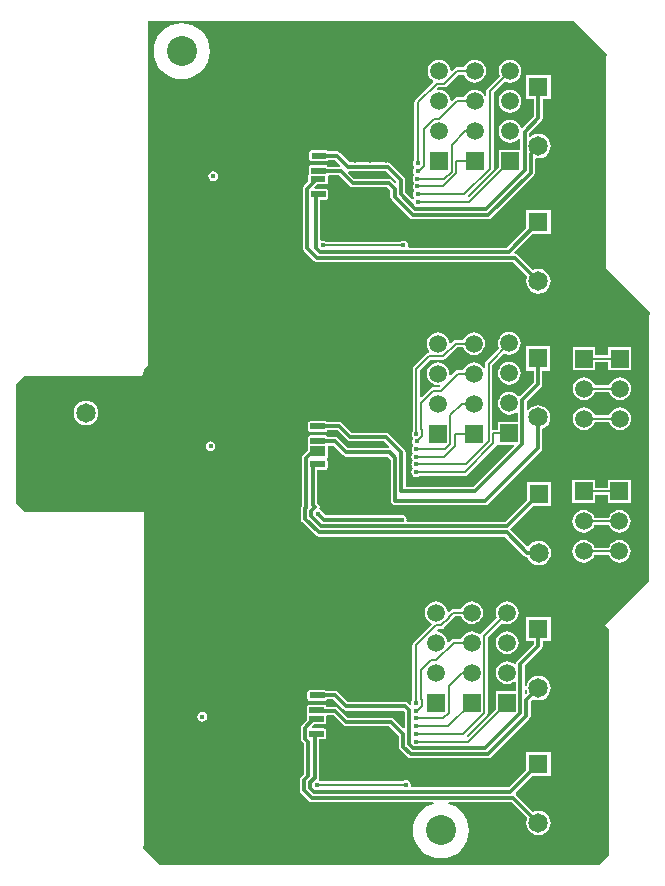
<source format=gbl>
G04 Layer_Physical_Order=4*
G04 Layer_Color=16711680*
%FSLAX25Y25*%
%MOIN*%
G70*
G01*
G75*
%ADD17C,0.00800*%
%ADD18C,0.01200*%
%ADD19C,0.01969*%
%ADD20C,0.05906*%
%ADD21R,0.05906X0.05906*%
%ADD22R,0.06496X0.06496*%
%ADD23C,0.06496*%
%ADD24C,0.10000*%
%ADD25C,0.01600*%
G36*
X504574Y385451D02*
Y385074D01*
X504100Y384600D01*
Y313600D01*
X504500D01*
X504813Y313287D01*
X504963Y313063D01*
X518675Y299351D01*
Y298574D01*
X518500Y298400D01*
Y209700D01*
X503700Y194900D01*
X504975Y193625D01*
Y118349D01*
X501651Y115025D01*
X355349D01*
X349826Y120549D01*
Y121125D01*
X350200Y121500D01*
Y232500D01*
X348528D01*
X348400Y232525D01*
X310575D01*
X307600Y235500D01*
Y236700D01*
Y275000D01*
X307400Y275200D01*
X310200Y278000D01*
X349200D01*
X349800Y278600D01*
X350526Y280652D01*
X351137Y281263D01*
X351425Y281693D01*
X351525Y282200D01*
Y396475D01*
X493551D01*
X504574Y385451D01*
D02*
G37*
%LPC*%
G36*
X330800Y269725D02*
X329743Y269586D01*
X328759Y269179D01*
X327913Y268530D01*
X327264Y267684D01*
X326856Y266699D01*
X326717Y265642D01*
X326856Y264586D01*
X327264Y263601D01*
X327913Y262755D01*
X328759Y262107D01*
X329743Y261699D01*
X330800Y261560D01*
X331857Y261699D01*
X332841Y262107D01*
X333687Y262755D01*
X334336Y263601D01*
X334744Y264586D01*
X334883Y265642D01*
X334744Y266699D01*
X334336Y267684D01*
X333687Y268530D01*
X332841Y269179D01*
X331857Y269586D01*
X330800Y269725D01*
D02*
G37*
G36*
X471200Y192885D02*
X470220Y192756D01*
X469307Y192378D01*
X468524Y191777D01*
X467922Y190993D01*
X467544Y190080D01*
X467415Y189100D01*
X467544Y188120D01*
X467922Y187207D01*
X468524Y186424D01*
X469307Y185822D01*
X470220Y185444D01*
X471200Y185315D01*
X472180Y185444D01*
X473093Y185822D01*
X473876Y186424D01*
X474478Y187207D01*
X474856Y188120D01*
X474985Y189100D01*
X474856Y190080D01*
X474478Y190993D01*
X473876Y191777D01*
X473093Y192378D01*
X472180Y192756D01*
X471200Y192885D01*
D02*
G37*
G36*
X471900Y282685D02*
X470920Y282556D01*
X470007Y282178D01*
X469223Y281576D01*
X468622Y280793D01*
X468244Y279880D01*
X468115Y278900D01*
X468244Y277920D01*
X468622Y277007D01*
X469223Y276223D01*
X470007Y275622D01*
X470920Y275244D01*
X471900Y275115D01*
X472880Y275244D01*
X473793Y275622D01*
X474577Y276223D01*
X475178Y277007D01*
X475556Y277920D01*
X475685Y278900D01*
X475556Y279880D01*
X475178Y280793D01*
X474577Y281576D01*
X473793Y282178D01*
X472880Y282556D01*
X471900Y282685D01*
D02*
G37*
G36*
X508700Y277585D02*
X507720Y277456D01*
X506807Y277078D01*
X506024Y276477D01*
X505422Y275693D01*
X505145Y275024D01*
X500355D01*
X500078Y275693D01*
X499476Y276477D01*
X498693Y277078D01*
X497780Y277456D01*
X496800Y277585D01*
X495820Y277456D01*
X494907Y277078D01*
X494124Y276477D01*
X493522Y275693D01*
X493144Y274780D01*
X493015Y273800D01*
X493144Y272820D01*
X493522Y271907D01*
X494124Y271124D01*
X494907Y270522D01*
X495820Y270144D01*
X496800Y270015D01*
X497780Y270144D01*
X498693Y270522D01*
X499476Y271124D01*
X500078Y271907D01*
X500355Y272576D01*
X505145D01*
X505422Y271907D01*
X506024Y271124D01*
X506807Y270522D01*
X507720Y270144D01*
X508700Y270015D01*
X509680Y270144D01*
X510593Y270522D01*
X511376Y271124D01*
X511978Y271907D01*
X512356Y272820D01*
X512485Y273800D01*
X512356Y274780D01*
X511978Y275693D01*
X511376Y276477D01*
X510593Y277078D01*
X509680Y277456D01*
X508700Y277585D01*
D02*
G37*
G36*
Y267585D02*
X507720Y267456D01*
X506807Y267078D01*
X506024Y266476D01*
X505422Y265693D01*
X505145Y265023D01*
X500355D01*
X500078Y265693D01*
X499476Y266476D01*
X498693Y267078D01*
X497780Y267456D01*
X496800Y267585D01*
X495820Y267456D01*
X494907Y267078D01*
X494124Y266476D01*
X493522Y265693D01*
X493144Y264780D01*
X493015Y263800D01*
X493144Y262820D01*
X493522Y261907D01*
X494124Y261123D01*
X494907Y260522D01*
X495820Y260144D01*
X496800Y260015D01*
X497780Y260144D01*
X498693Y260522D01*
X499476Y261123D01*
X500078Y261907D01*
X500355Y262577D01*
X505145D01*
X505422Y261907D01*
X506024Y261123D01*
X506807Y260522D01*
X507720Y260144D01*
X508700Y260015D01*
X509680Y260144D01*
X510593Y260522D01*
X511376Y261123D01*
X511978Y261907D01*
X512356Y262820D01*
X512485Y263800D01*
X512356Y264780D01*
X511978Y265693D01*
X511376Y266476D01*
X510593Y267078D01*
X509680Y267456D01*
X508700Y267585D01*
D02*
G37*
G36*
X512353Y243253D02*
X504847D01*
Y240723D01*
X500453D01*
Y243253D01*
X492947D01*
Y235747D01*
X500453D01*
Y238277D01*
X504847D01*
Y235747D01*
X512353D01*
Y243253D01*
D02*
G37*
G36*
X508600Y233285D02*
X507620Y233156D01*
X506707Y232778D01*
X505924Y232176D01*
X505322Y231393D01*
X505045Y230724D01*
X500255D01*
X499978Y231393D01*
X499376Y232176D01*
X498593Y232778D01*
X497680Y233156D01*
X496700Y233285D01*
X495720Y233156D01*
X494807Y232778D01*
X494024Y232176D01*
X493422Y231393D01*
X493044Y230480D01*
X492915Y229500D01*
X493044Y228520D01*
X493422Y227607D01*
X494024Y226823D01*
X494807Y226222D01*
X495720Y225844D01*
X496700Y225715D01*
X497680Y225844D01*
X498593Y226222D01*
X499376Y226823D01*
X499978Y227607D01*
X500255Y228276D01*
X505045D01*
X505322Y227607D01*
X505924Y226823D01*
X506707Y226222D01*
X507620Y225844D01*
X508600Y225715D01*
X509580Y225844D01*
X510493Y226222D01*
X511276Y226823D01*
X511878Y227607D01*
X512256Y228520D01*
X512385Y229500D01*
X512256Y230480D01*
X511878Y231393D01*
X511276Y232176D01*
X510493Y232778D01*
X509580Y233156D01*
X508600Y233285D01*
D02*
G37*
G36*
Y223285D02*
X507620Y223156D01*
X506707Y222778D01*
X505924Y222177D01*
X505322Y221393D01*
X505045Y220724D01*
X500255D01*
X499978Y221393D01*
X499376Y222177D01*
X498593Y222778D01*
X497680Y223156D01*
X496700Y223285D01*
X495720Y223156D01*
X494807Y222778D01*
X494024Y222177D01*
X493422Y221393D01*
X493044Y220480D01*
X492915Y219500D01*
X493044Y218520D01*
X493422Y217607D01*
X494024Y216824D01*
X494807Y216222D01*
X495720Y215844D01*
X496700Y215715D01*
X497680Y215844D01*
X498593Y216222D01*
X499376Y216824D01*
X499978Y217607D01*
X500255Y218277D01*
X505045D01*
X505322Y217607D01*
X505924Y216824D01*
X506707Y216222D01*
X507620Y215844D01*
X508600Y215715D01*
X509580Y215844D01*
X510493Y216222D01*
X511276Y216824D01*
X511878Y217607D01*
X512256Y218520D01*
X512385Y219500D01*
X512256Y220480D01*
X511878Y221393D01*
X511276Y222177D01*
X510493Y222778D01*
X509580Y223156D01*
X508600Y223285D01*
D02*
G37*
G36*
X372300Y256231D02*
X371676Y256107D01*
X371146Y255753D01*
X370793Y255224D01*
X370669Y254600D01*
X370793Y253976D01*
X371146Y253447D01*
X371676Y253093D01*
X372300Y252969D01*
X372924Y253093D01*
X373453Y253447D01*
X373807Y253976D01*
X373931Y254600D01*
X373807Y255224D01*
X373453Y255753D01*
X372924Y256107D01*
X372300Y256231D01*
D02*
G37*
G36*
X471200Y202885D02*
X470220Y202756D01*
X469307Y202378D01*
X468524Y201777D01*
X467922Y200993D01*
X467544Y200080D01*
X467415Y199100D01*
X467544Y198120D01*
X467821Y197451D01*
X462588Y192218D01*
X462439Y191995D01*
X462314Y191936D01*
X461931Y191877D01*
X461827Y191892D01*
X461193Y192378D01*
X460280Y192756D01*
X459300Y192885D01*
X458320Y192756D01*
X457407Y192378D01*
X456624Y191777D01*
X456022Y190993D01*
X455745Y190323D01*
X453373D01*
X452905Y190230D01*
X452508Y189965D01*
X451772Y189230D01*
X451244Y189409D01*
X451156Y190080D01*
X450778Y190993D01*
X450176Y191777D01*
X449393Y192378D01*
X448480Y192756D01*
X447809Y192844D01*
X447630Y193372D01*
X447981Y193724D01*
X449220D01*
X449688Y193817D01*
X450085Y194082D01*
X452518Y196515D01*
X452783Y196912D01*
X452793Y196963D01*
X453707Y197877D01*
X455745D01*
X456022Y197207D01*
X456624Y196423D01*
X457407Y195822D01*
X458320Y195444D01*
X459300Y195315D01*
X460280Y195444D01*
X461193Y195822D01*
X461976Y196423D01*
X462578Y197207D01*
X462956Y198120D01*
X463085Y199100D01*
X462956Y200080D01*
X462578Y200993D01*
X461976Y201777D01*
X461193Y202378D01*
X460280Y202756D01*
X459300Y202885D01*
X458320Y202756D01*
X457407Y202378D01*
X456624Y201777D01*
X456022Y200993D01*
X455745Y200324D01*
X453200D01*
X452732Y200230D01*
X452335Y199965D01*
X451752Y199382D01*
X451224Y199562D01*
X451156Y200080D01*
X450778Y200993D01*
X450176Y201777D01*
X449393Y202378D01*
X448480Y202756D01*
X447500Y202885D01*
X446520Y202756D01*
X445607Y202378D01*
X444824Y201777D01*
X444222Y200993D01*
X443844Y200080D01*
X443715Y199100D01*
X443844Y198120D01*
X444222Y197207D01*
X444824Y196423D01*
X445607Y195822D01*
X445907Y195698D01*
X446004Y195208D01*
X439896Y189100D01*
X439631Y188702D01*
X439538Y188234D01*
Y169987D01*
X439254Y169563D01*
X439130Y168939D01*
X439190Y168635D01*
X438730Y168389D01*
X438275Y168843D01*
X437812Y169153D01*
X437266Y169261D01*
X437266Y169261D01*
X418089D01*
X414741Y172609D01*
X414278Y172919D01*
X413731Y173027D01*
X413731Y173027D01*
X410910D01*
X410877Y173077D01*
X410612Y173254D01*
X410300Y173316D01*
X405400D01*
X405088Y173254D01*
X404823Y173077D01*
X404646Y172812D01*
X404584Y172500D01*
Y170500D01*
X404646Y170188D01*
X404823Y169923D01*
X405088Y169746D01*
X405400Y169684D01*
X410300D01*
X410612Y169746D01*
X410877Y169923D01*
X411043Y170173D01*
X413140D01*
X416488Y166824D01*
X416488Y166824D01*
X416951Y166515D01*
X417498Y166406D01*
X417498Y166406D01*
X436675D01*
X437075Y166006D01*
Y160597D01*
X436613Y160406D01*
X433294Y163725D01*
X432830Y164034D01*
X432284Y164143D01*
X432284Y164143D01*
X418089D01*
X414843Y167389D01*
X414380Y167698D01*
X413834Y167807D01*
X413434Y167727D01*
X410890D01*
X410854Y167912D01*
X410677Y168177D01*
X410412Y168354D01*
X410100Y168416D01*
X405200D01*
X404888Y168354D01*
X404623Y168177D01*
X404446Y167912D01*
X404384Y167600D01*
Y165600D01*
X404446Y165288D01*
X404538Y165150D01*
X404446Y165012D01*
X404384Y164700D01*
Y163403D01*
X402791Y161809D01*
X402481Y161346D01*
X402373Y160800D01*
X402373Y160800D01*
Y157120D01*
X402373Y157120D01*
X402481Y156574D01*
X402791Y156111D01*
X403373Y155529D01*
Y145331D01*
X402491Y144449D01*
X402181Y143986D01*
X402073Y143440D01*
X402073Y143440D01*
Y139960D01*
X402073Y139960D01*
X402181Y139414D01*
X402491Y138951D01*
X405051Y136391D01*
X405051Y136391D01*
X405514Y136081D01*
X406060Y135973D01*
X406060Y135973D01*
X446567D01*
X446641Y135473D01*
X445524Y135134D01*
X443908Y134270D01*
X442492Y133108D01*
X441330Y131692D01*
X440466Y130076D01*
X439935Y128323D01*
X439755Y126500D01*
X439935Y124677D01*
X440466Y122924D01*
X441330Y121308D01*
X442492Y119892D01*
X443908Y118730D01*
X445524Y117866D01*
X447277Y117335D01*
X449100Y117155D01*
X450923Y117335D01*
X452676Y117866D01*
X454292Y118730D01*
X455708Y119892D01*
X456870Y121308D01*
X457734Y122924D01*
X458265Y124677D01*
X458445Y126500D01*
X458265Y128323D01*
X457734Y130076D01*
X456870Y131692D01*
X455708Y133108D01*
X454292Y134270D01*
X452676Y135134D01*
X451559Y135473D01*
X451633Y135973D01*
X472666D01*
X477911Y130728D01*
X477656Y130114D01*
X477517Y129058D01*
X477656Y128001D01*
X478064Y127016D01*
X478713Y126170D01*
X479559Y125522D01*
X480543Y125114D01*
X481600Y124975D01*
X482657Y125114D01*
X483641Y125522D01*
X484487Y126170D01*
X485136Y127016D01*
X485544Y128001D01*
X485683Y129058D01*
X485544Y130114D01*
X485136Y131099D01*
X484487Y131945D01*
X483641Y132593D01*
X482657Y133001D01*
X481600Y133140D01*
X480543Y133001D01*
X479929Y132747D01*
X474267Y138409D01*
X474102Y138519D01*
X474022Y139146D01*
X479571Y144694D01*
X485648D01*
Y152791D01*
X477552D01*
Y146713D01*
X471666Y140827D01*
X439297D01*
X438957Y141327D01*
X439031Y141700D01*
X438907Y142324D01*
X438553Y142853D01*
X438024Y143207D01*
X437400Y143331D01*
X436776Y143207D01*
X436351Y142923D01*
X408749D01*
X408324Y143207D01*
X408348Y143712D01*
X408427Y144111D01*
X408427Y144111D01*
Y156884D01*
X410100D01*
X410412Y156946D01*
X410677Y157123D01*
X410854Y157388D01*
X410916Y157700D01*
Y158624D01*
X410931Y158702D01*
X410916Y158781D01*
Y159700D01*
X410854Y160012D01*
X410677Y160277D01*
X410412Y160454D01*
X410100Y160516D01*
X406188D01*
X405996Y160978D01*
X406903Y161884D01*
X410100D01*
X410412Y161946D01*
X410677Y162123D01*
X410854Y162388D01*
X410916Y162700D01*
Y164700D01*
X411057Y164873D01*
X413322D01*
X416488Y161706D01*
X416488Y161706D01*
X416951Y161397D01*
X417498Y161288D01*
X417498Y161288D01*
X431693D01*
X435075Y157906D01*
Y154445D01*
X435075Y154445D01*
X435184Y153898D01*
X435493Y153435D01*
X437994Y150934D01*
X438457Y150625D01*
X439004Y150516D01*
X439004Y150516D01*
X464757D01*
X464757Y150516D01*
X465303Y150625D01*
X465766Y150934D01*
X478562Y163730D01*
X478562Y163730D01*
X478871Y164193D01*
X478980Y164739D01*
X478980Y164739D01*
Y169319D01*
X479929Y170268D01*
X480543Y170014D01*
X481600Y169875D01*
X482657Y170014D01*
X483641Y170422D01*
X484487Y171070D01*
X485136Y171916D01*
X485544Y172901D01*
X485683Y173958D01*
X485544Y175014D01*
X485136Y175999D01*
X484487Y176845D01*
X483641Y177493D01*
X482657Y177901D01*
X481600Y178040D01*
X480543Y177901D01*
X479559Y177493D01*
X478713Y176845D01*
X478064Y175999D01*
X477656Y175014D01*
X477517Y173958D01*
X477656Y172901D01*
X477911Y172287D01*
X477442Y171818D01*
X476980Y172010D01*
Y181361D01*
X482609Y186991D01*
X482609Y186991D01*
X482919Y187454D01*
X483027Y188000D01*
X483027Y188000D01*
Y189594D01*
X485648D01*
Y197691D01*
X477552D01*
Y189594D01*
X480173D01*
Y188591D01*
X474543Y182962D01*
X474234Y182499D01*
X474171Y182181D01*
X473695Y181964D01*
X473631Y181965D01*
X473093Y182378D01*
X472180Y182756D01*
X471200Y182885D01*
X470220Y182756D01*
X469307Y182378D01*
X468524Y181776D01*
X467922Y180993D01*
X467544Y180080D01*
X467415Y179100D01*
X467544Y178120D01*
X467922Y177207D01*
X468524Y176424D01*
X469307Y175822D01*
X470220Y175444D01*
X471200Y175315D01*
X472180Y175444D01*
X473093Y175822D01*
X473625Y176231D01*
X474125Y175984D01*
Y172853D01*
X467447D01*
Y167078D01*
X457999Y157629D01*
X457890Y157650D01*
X457723Y158190D01*
X464318Y164785D01*
X464583Y165182D01*
X464676Y165650D01*
Y190846D01*
X469551Y195721D01*
X470220Y195444D01*
X471200Y195315D01*
X472180Y195444D01*
X473093Y195822D01*
X473876Y196423D01*
X474478Y197207D01*
X474856Y198120D01*
X474985Y199100D01*
X474856Y200080D01*
X474478Y200993D01*
X473876Y201777D01*
X473093Y202378D01*
X472180Y202756D01*
X471200Y202885D01*
D02*
G37*
G36*
X472100Y383385D02*
X471120Y383256D01*
X470207Y382878D01*
X469423Y382277D01*
X468822Y381493D01*
X468444Y380580D01*
X468315Y379600D01*
X468444Y378620D01*
X468721Y377951D01*
X464535Y373765D01*
X464270Y373368D01*
X464177Y372900D01*
Y371354D01*
X463677Y371255D01*
X463578Y371493D01*
X462977Y372276D01*
X462193Y372878D01*
X461280Y373256D01*
X460300Y373385D01*
X459320Y373256D01*
X458407Y372878D01*
X457623Y372276D01*
X457022Y371493D01*
X456745Y370824D01*
X454373D01*
X453905Y370730D01*
X453508Y370465D01*
X452772Y369730D01*
X452244Y369909D01*
X452156Y370580D01*
X451778Y371493D01*
X451177Y372276D01*
X450393Y372878D01*
X449480Y373256D01*
X448500Y373385D01*
X448011Y373321D01*
X447777Y373794D01*
X448207Y374224D01*
X450220D01*
X450688Y374317D01*
X451085Y374582D01*
X454880Y378377D01*
X456745D01*
X457022Y377707D01*
X457623Y376923D01*
X458407Y376322D01*
X459320Y375944D01*
X460300Y375815D01*
X461280Y375944D01*
X462193Y376322D01*
X462977Y376923D01*
X463578Y377707D01*
X463956Y378620D01*
X464085Y379600D01*
X463956Y380580D01*
X463578Y381493D01*
X462977Y382277D01*
X462193Y382878D01*
X461280Y383256D01*
X460300Y383385D01*
X459320Y383256D01*
X458407Y382878D01*
X457623Y382277D01*
X457022Y381493D01*
X456745Y380823D01*
X454373D01*
X453905Y380730D01*
X453508Y380465D01*
X452772Y379730D01*
X452244Y379909D01*
X452156Y380580D01*
X451778Y381493D01*
X451177Y382277D01*
X450393Y382878D01*
X449480Y383256D01*
X448500Y383385D01*
X447520Y383256D01*
X446607Y382878D01*
X445823Y382277D01*
X445222Y381493D01*
X444844Y380580D01*
X444715Y379600D01*
X444844Y378620D01*
X445222Y377707D01*
X445823Y376923D01*
X446341Y376526D01*
X446417Y375895D01*
X440573Y370051D01*
X440308Y369654D01*
X440215Y369186D01*
Y349887D01*
X439931Y349463D01*
X439807Y348839D01*
X439931Y348214D01*
X440105Y347954D01*
X440208Y347509D01*
X440083Y347219D01*
X439872Y346904D01*
X439748Y346280D01*
X439872Y345655D01*
X440034Y345414D01*
X440126Y344874D01*
X439772Y344345D01*
X439648Y343721D01*
X439772Y343096D01*
X439959Y342817D01*
X440075Y342425D01*
X439952Y342082D01*
X439754Y341786D01*
X439630Y341161D01*
X439754Y340537D01*
X439958Y340233D01*
X440144Y339756D01*
X439790Y339227D01*
X439666Y338602D01*
X439790Y337978D01*
X440144Y337449D01*
X440022Y336964D01*
X439408Y336886D01*
X437127Y339167D01*
Y343390D01*
X437127Y343390D01*
X437019Y343936D01*
X436709Y344399D01*
X432365Y348743D01*
X431902Y349053D01*
X431356Y349161D01*
X431356Y349161D01*
X418689D01*
X415443Y352407D01*
X414980Y352716D01*
X414434Y352825D01*
X414434Y352825D01*
X411578D01*
X411477Y352977D01*
X411212Y353154D01*
X410900Y353216D01*
X406000D01*
X405688Y353154D01*
X405423Y352977D01*
X405246Y352712D01*
X405184Y352400D01*
Y350400D01*
X405246Y350088D01*
X405423Y349823D01*
X405688Y349646D01*
X406000Y349584D01*
X410900D01*
X411212Y349646D01*
X411477Y349823D01*
X411575Y349970D01*
X413843D01*
X415606Y348207D01*
X415399Y347707D01*
X411455D01*
X411454Y347712D01*
X411277Y347977D01*
X411012Y348154D01*
X410700Y348216D01*
X405800D01*
X405488Y348154D01*
X405223Y347977D01*
X405046Y347712D01*
X404984Y347400D01*
Y345400D01*
X405046Y345088D01*
X405055Y345075D01*
X404946Y344912D01*
X404884Y344600D01*
Y342885D01*
X403391Y341392D01*
X403081Y340929D01*
X402973Y340382D01*
X402973Y340382D01*
Y320800D01*
X402973Y320800D01*
X403081Y320254D01*
X403391Y319791D01*
X406891Y316291D01*
X406891Y316291D01*
X407354Y315981D01*
X407900Y315873D01*
X407900Y315873D01*
X473266D01*
X477911Y311228D01*
X477656Y310614D01*
X477517Y309558D01*
X477656Y308501D01*
X478064Y307516D01*
X478713Y306670D01*
X479559Y306021D01*
X480543Y305614D01*
X481600Y305474D01*
X482657Y305614D01*
X483641Y306021D01*
X484487Y306670D01*
X485136Y307516D01*
X485544Y308501D01*
X485683Y309558D01*
X485544Y310614D01*
X485136Y311599D01*
X484487Y312445D01*
X483641Y313093D01*
X482657Y313501D01*
X481600Y313640D01*
X480543Y313501D01*
X479929Y313247D01*
X474867Y318309D01*
X474404Y318619D01*
X473857Y318727D01*
X473857Y318727D01*
X473757D01*
X473565Y319189D01*
X479571Y325195D01*
X485648D01*
Y333291D01*
X477552D01*
Y327213D01*
X471066Y320727D01*
X438464D01*
X438077Y321227D01*
X438131Y321500D01*
X438007Y322124D01*
X437653Y322654D01*
X437124Y323007D01*
X436500Y323131D01*
X435876Y323007D01*
X435451Y322724D01*
X410749D01*
X410324Y323007D01*
X409700Y323131D01*
X409427Y323077D01*
X408927Y323464D01*
Y336784D01*
X410700D01*
X411012Y336846D01*
X411277Y337023D01*
X411454Y337288D01*
X411516Y337600D01*
Y339600D01*
X411454Y339912D01*
X411277Y340177D01*
X411012Y340354D01*
X410700Y340416D01*
X407105D01*
X406914Y340878D01*
X407789Y341752D01*
X407789Y341752D01*
X407877Y341884D01*
X410600D01*
X410912Y341946D01*
X411177Y342123D01*
X411354Y342388D01*
X411416Y342700D01*
Y344600D01*
X411623Y344852D01*
X415029D01*
X418624Y341257D01*
X419088Y340947D01*
X419634Y340839D01*
X419634Y340839D01*
X431114D01*
X432273Y339681D01*
Y337747D01*
X432273Y337747D01*
X432381Y337201D01*
X432691Y336738D01*
X438738Y330691D01*
X438738Y330691D01*
X439201Y330381D01*
X439747Y330273D01*
X464914D01*
X464914Y330273D01*
X465460Y330381D01*
X465923Y330691D01*
X479961Y344729D01*
X479961Y344729D01*
X480271Y345192D01*
X480379Y345738D01*
X480379Y345738D01*
Y350275D01*
X480879Y350669D01*
X481600Y350574D01*
X482657Y350714D01*
X483641Y351121D01*
X484487Y351770D01*
X485136Y352616D01*
X485544Y353601D01*
X485683Y354658D01*
X485544Y355714D01*
X485136Y356699D01*
X484487Y357545D01*
X483641Y358193D01*
X482657Y358601D01*
X481600Y358740D01*
X480543Y358601D01*
X479559Y358193D01*
X478879Y357672D01*
X478379Y357891D01*
Y358714D01*
X482609Y362944D01*
X482609Y362944D01*
X482919Y363407D01*
X483027Y363953D01*
X483027Y363954D01*
Y370294D01*
X485648D01*
Y378391D01*
X477552D01*
Y370294D01*
X480173D01*
Y364545D01*
X476254Y360627D01*
X476138Y360616D01*
X475681Y360761D01*
X475378Y361493D01*
X474777Y362277D01*
X473993Y362878D01*
X473080Y363256D01*
X472100Y363385D01*
X471120Y363256D01*
X470207Y362878D01*
X469423Y362277D01*
X468822Y361493D01*
X468444Y360580D01*
X468315Y359600D01*
X468444Y358620D01*
X468822Y357707D01*
X469423Y356924D01*
X470207Y356322D01*
X471120Y355944D01*
X472100Y355815D01*
X473080Y355944D01*
X473993Y356322D01*
X474777Y356924D01*
X475025Y357247D01*
X475525Y357077D01*
Y353353D01*
X468347D01*
Y347578D01*
X458369Y337599D01*
X458342Y337601D01*
X458150Y338117D01*
X466265Y346232D01*
X466530Y346629D01*
X466623Y347097D01*
Y372393D01*
X470451Y376221D01*
X471120Y375944D01*
X472100Y375815D01*
X473080Y375944D01*
X473993Y376322D01*
X474777Y376923D01*
X475378Y377707D01*
X475756Y378620D01*
X475885Y379600D01*
X475756Y380580D01*
X475378Y381493D01*
X474777Y382277D01*
X473993Y382878D01*
X473080Y383256D01*
X472100Y383385D01*
D02*
G37*
G36*
Y373385D02*
X471120Y373256D01*
X470207Y372878D01*
X469423Y372276D01*
X468822Y371493D01*
X468444Y370580D01*
X468315Y369600D01*
X468444Y368620D01*
X468822Y367707D01*
X469423Y366923D01*
X470207Y366322D01*
X471120Y365944D01*
X472100Y365815D01*
X473080Y365944D01*
X473993Y366322D01*
X474777Y366923D01*
X475378Y367707D01*
X475756Y368620D01*
X475885Y369600D01*
X475756Y370580D01*
X475378Y371493D01*
X474777Y372276D01*
X473993Y372878D01*
X473080Y373256D01*
X472100Y373385D01*
D02*
G37*
G36*
X373200Y346231D02*
X372576Y346107D01*
X372046Y345754D01*
X371693Y345224D01*
X371569Y344600D01*
X371693Y343976D01*
X372046Y343446D01*
X372576Y343093D01*
X373200Y342969D01*
X373824Y343093D01*
X374354Y343446D01*
X374707Y343976D01*
X374831Y344600D01*
X374707Y345224D01*
X374354Y345754D01*
X373824Y346107D01*
X373200Y346231D01*
D02*
G37*
G36*
X369500Y166031D02*
X368876Y165907D01*
X368347Y165553D01*
X367993Y165024D01*
X367869Y164400D01*
X367993Y163776D01*
X368347Y163247D01*
X368876Y162893D01*
X369500Y162769D01*
X370124Y162893D01*
X370654Y163247D01*
X371007Y163776D01*
X371131Y164400D01*
X371007Y165024D01*
X370654Y165553D01*
X370124Y165907D01*
X369500Y166031D01*
D02*
G37*
G36*
X471900Y292685D02*
X470920Y292556D01*
X470007Y292178D01*
X469223Y291577D01*
X468622Y290793D01*
X468244Y289880D01*
X468115Y288900D01*
X468244Y287920D01*
X468521Y287251D01*
X464135Y282865D01*
X463870Y282468D01*
X463776Y282000D01*
Y280796D01*
X463278Y280693D01*
X462676Y281476D01*
X461893Y282078D01*
X460980Y282456D01*
X460000Y282585D01*
X459020Y282456D01*
X458107Y282078D01*
X457324Y281476D01*
X456722Y280693D01*
X456445Y280024D01*
X454800D01*
X454332Y279930D01*
X453935Y279665D01*
X452286Y278017D01*
X451813Y278250D01*
X451885Y278800D01*
X451756Y279780D01*
X451378Y280693D01*
X450776Y281476D01*
X449993Y282078D01*
X449080Y282456D01*
X448100Y282585D01*
X447120Y282456D01*
X446207Y282078D01*
X445424Y281476D01*
X444822Y280693D01*
X444444Y279780D01*
X444315Y278800D01*
X444444Y277820D01*
X444822Y276907D01*
X445424Y276123D01*
X446207Y275522D01*
X447120Y275144D01*
X448100Y275015D01*
X448650Y275087D01*
X448883Y274614D01*
X448446Y274176D01*
X446380D01*
X445912Y274083D01*
X445515Y273818D01*
X442624Y270927D01*
X442162Y271119D01*
Y279832D01*
X445754Y283424D01*
X449820D01*
X450288Y283517D01*
X450685Y283782D01*
X454480Y287577D01*
X456445D01*
X456722Y286907D01*
X457324Y286123D01*
X458107Y285522D01*
X459020Y285144D01*
X460000Y285015D01*
X460980Y285144D01*
X461893Y285522D01*
X462676Y286123D01*
X463278Y286907D01*
X463656Y287820D01*
X463785Y288800D01*
X463656Y289780D01*
X463278Y290693D01*
X462676Y291476D01*
X461893Y292078D01*
X460980Y292456D01*
X460000Y292585D01*
X459020Y292456D01*
X458107Y292078D01*
X457324Y291476D01*
X456722Y290693D01*
X456445Y290023D01*
X453973D01*
X453505Y289930D01*
X453108Y289665D01*
X452372Y288930D01*
X451844Y289109D01*
X451756Y289780D01*
X451378Y290693D01*
X450776Y291476D01*
X449993Y292078D01*
X449080Y292456D01*
X448100Y292585D01*
X447120Y292456D01*
X446207Y292078D01*
X445424Y291476D01*
X444822Y290693D01*
X444444Y289780D01*
X444315Y288800D01*
X444444Y287820D01*
X444822Y286907D01*
X445237Y286367D01*
X445238Y286298D01*
X445022Y285826D01*
X444779Y285778D01*
X444382Y285512D01*
X440073Y281204D01*
X439808Y280807D01*
X439715Y280339D01*
Y259787D01*
X439431Y259363D01*
X439307Y258739D01*
X439431Y258114D01*
X439636Y257808D01*
X439761Y257494D01*
X439652Y257073D01*
X439472Y256804D01*
X439348Y256179D01*
X439472Y255555D01*
X439826Y255026D01*
X439624Y254560D01*
X439413Y254245D01*
X439289Y253621D01*
X439413Y252996D01*
X439587Y252736D01*
X439690Y252291D01*
X439565Y252001D01*
X439354Y251686D01*
X439230Y251061D01*
X439354Y250437D01*
X439708Y249908D01*
X439502Y249444D01*
X439291Y249127D01*
X439166Y248502D01*
X439291Y247878D01*
X439497Y247569D01*
X439622Y247262D01*
X439514Y246834D01*
X439336Y246568D01*
X439212Y245943D01*
X439336Y245319D01*
X439690Y244790D01*
X440219Y244436D01*
X440843Y244312D01*
X441468Y244436D01*
X441892Y244720D01*
X457009D01*
X457477Y244813D01*
X457874Y245078D01*
X467465Y254669D01*
X467684Y254997D01*
X468147Y255147D01*
X468147Y255147D01*
X468147Y255147D01*
X473361D01*
X473552Y254685D01*
X459894Y241027D01*
X437327D01*
Y252490D01*
X437327Y252490D01*
X437219Y253036D01*
X436909Y253499D01*
X436909Y253499D01*
X431765Y258643D01*
X431302Y258953D01*
X430756Y259061D01*
X430756Y259061D01*
X419486D01*
X416240Y262307D01*
X415777Y262616D01*
X415231Y262725D01*
X415231Y262725D01*
X411111D01*
X411077Y262777D01*
X410812Y262954D01*
X410500Y263016D01*
X405600D01*
X405288Y262954D01*
X405023Y262777D01*
X404846Y262512D01*
X404784Y262200D01*
Y260200D01*
X404846Y259888D01*
X405023Y259623D01*
X405288Y259446D01*
X405600Y259384D01*
X410500D01*
X410812Y259446D01*
X411077Y259623D01*
X411242Y259870D01*
X414639D01*
X417885Y256625D01*
X417885Y256625D01*
X418348Y256315D01*
X418894Y256206D01*
X418894Y256206D01*
X430165D01*
X431928Y254443D01*
X431721Y253943D01*
X418089D01*
X414843Y257189D01*
X414380Y257498D01*
X413834Y257607D01*
X413834Y257607D01*
X411274D01*
X411254Y257712D01*
X411077Y257977D01*
X410812Y258154D01*
X410500Y258216D01*
X405600D01*
X405288Y258154D01*
X405023Y257977D01*
X404846Y257712D01*
X404784Y257400D01*
Y255400D01*
X404846Y255088D01*
X404935Y254956D01*
X404846Y254824D01*
X404784Y254512D01*
Y253344D01*
X403191Y251750D01*
X402881Y251287D01*
X402773Y250741D01*
X402773Y250741D01*
Y234672D01*
X402581Y234386D01*
X402473Y233840D01*
X402473Y233840D01*
Y230360D01*
X402473Y230360D01*
X402581Y229814D01*
X402891Y229351D01*
X407351Y224891D01*
X407351Y224891D01*
X407814Y224581D01*
X408360Y224473D01*
X408360Y224473D01*
X470409D01*
X476933Y217948D01*
X476933Y217948D01*
X477396Y217639D01*
X477907Y217537D01*
X478164Y216916D01*
X478813Y216070D01*
X479659Y215422D01*
X480643Y215014D01*
X481700Y214875D01*
X482757Y215014D01*
X483742Y215422D01*
X484587Y216070D01*
X485236Y216916D01*
X485644Y217901D01*
X485783Y218957D01*
X485644Y220014D01*
X485236Y220999D01*
X484587Y221845D01*
X483742Y222493D01*
X482757Y222901D01*
X481700Y223040D01*
X480643Y222901D01*
X479659Y222493D01*
X478813Y221845D01*
X478365Y221261D01*
X477735Y221183D01*
X472009Y226909D01*
X472007Y226931D01*
X479671Y234594D01*
X485748D01*
Y242690D01*
X477652D01*
Y236613D01*
X470366Y229327D01*
X437964D01*
X437577Y229827D01*
X437631Y230100D01*
X437507Y230724D01*
X437153Y231254D01*
X436624Y231607D01*
X436000Y231731D01*
X435376Y231607D01*
X435256Y231527D01*
X410691D01*
X409635Y232583D01*
X409607Y232724D01*
X409254Y233254D01*
X408724Y233607D01*
X408596Y234142D01*
X408630Y234314D01*
X408521Y234860D01*
X408212Y235323D01*
X408212Y235323D01*
X407927Y235607D01*
Y246684D01*
X410500D01*
X410812Y246746D01*
X411077Y246923D01*
X411254Y247188D01*
X411316Y247500D01*
Y249500D01*
X411254Y249812D01*
X411158Y249955D01*
X411078Y250082D01*
X411217Y250584D01*
X411354Y250788D01*
X411416Y251100D01*
X411416Y251100D01*
Y254512D01*
X411613Y254752D01*
X413243D01*
X416488Y251506D01*
X416488Y251506D01*
X416951Y251197D01*
X417498Y251088D01*
X417498Y251088D01*
X431393D01*
X432473Y250009D01*
Y236400D01*
X432581Y235854D01*
X432891Y235391D01*
X433354Y235081D01*
X433900Y234973D01*
X463900D01*
X463900Y234973D01*
X464446Y235081D01*
X464909Y235391D01*
X482509Y252991D01*
X482509Y252991D01*
X482819Y253454D01*
X482927Y254000D01*
X482927Y254000D01*
Y260367D01*
X483541Y260622D01*
X484387Y261270D01*
X485036Y262116D01*
X485444Y263101D01*
X485583Y264158D01*
X485444Y265214D01*
X485036Y266199D01*
X484387Y267045D01*
X483541Y267693D01*
X482557Y268101D01*
X481500Y268240D01*
X480443Y268101D01*
X479459Y267693D01*
X478613Y267045D01*
X478180Y266481D01*
X477680Y266650D01*
Y269461D01*
X482509Y274291D01*
X482509Y274291D01*
X482819Y274754D01*
X482927Y275300D01*
X482927Y275300D01*
Y279795D01*
X485548D01*
Y287891D01*
X477452D01*
Y279795D01*
X480073D01*
Y275891D01*
X475446Y271265D01*
X474823Y271255D01*
X474577Y271576D01*
X473793Y272178D01*
X472880Y272556D01*
X471900Y272685D01*
X470920Y272556D01*
X470007Y272178D01*
X469223Y271576D01*
X468622Y270793D01*
X468244Y269880D01*
X468115Y268900D01*
X468244Y267920D01*
X468622Y267007D01*
X469223Y266224D01*
X470007Y265622D01*
X470920Y265244D01*
X471900Y265115D01*
X472880Y265244D01*
X473793Y265622D01*
X474325Y266031D01*
X474825Y265784D01*
Y262653D01*
X468147D01*
Y260123D01*
X466600D01*
X466223Y260433D01*
Y281493D01*
X470251Y285521D01*
X470920Y285244D01*
X471900Y285115D01*
X472880Y285244D01*
X473793Y285622D01*
X474577Y286224D01*
X475178Y287007D01*
X475556Y287920D01*
X475685Y288900D01*
X475556Y289880D01*
X475178Y290793D01*
X474577Y291577D01*
X473793Y292178D01*
X472880Y292556D01*
X471900Y292685D01*
D02*
G37*
G36*
X512453Y287553D02*
X504947D01*
Y285023D01*
X500553D01*
Y287553D01*
X493047D01*
Y280047D01*
X500553D01*
Y282576D01*
X504947D01*
Y280047D01*
X512453D01*
Y287553D01*
D02*
G37*
G36*
X362700Y395645D02*
X360877Y395465D01*
X359124Y394934D01*
X357508Y394070D01*
X356092Y392908D01*
X354930Y391492D01*
X354066Y389876D01*
X353535Y388123D01*
X353355Y386300D01*
X353535Y384477D01*
X354066Y382724D01*
X354930Y381108D01*
X356092Y379692D01*
X357508Y378530D01*
X359124Y377666D01*
X360877Y377135D01*
X362700Y376955D01*
X364523Y377135D01*
X366276Y377666D01*
X367892Y378530D01*
X369308Y379692D01*
X370470Y381108D01*
X371334Y382724D01*
X371865Y384477D01*
X372045Y386300D01*
X371865Y388123D01*
X371334Y389876D01*
X370470Y391492D01*
X369308Y392908D01*
X367892Y394070D01*
X366276Y394934D01*
X364523Y395465D01*
X362700Y395645D01*
D02*
G37*
%LPD*%
G36*
X410100Y157700D02*
X405200D01*
Y159700D01*
X410100D01*
Y157700D01*
D02*
G37*
G36*
Y165600D02*
X405200D01*
Y167600D01*
X410100D01*
Y165600D01*
D02*
G37*
G36*
X410300Y170500D02*
X405400D01*
Y172500D01*
X410300D01*
Y170500D01*
D02*
G37*
G36*
X410100Y162700D02*
X405200D01*
Y164700D01*
X410100D01*
Y162700D01*
D02*
G37*
G36*
X410600Y342700D02*
X405700D01*
Y344600D01*
X410600D01*
Y342700D01*
D02*
G37*
G36*
X434238Y342833D02*
X434198Y342453D01*
X433723Y342267D01*
X432715Y343275D01*
X432252Y343585D01*
X431706Y343694D01*
X431706Y343694D01*
X420225D01*
X418112Y345806D01*
X418319Y346306D01*
X430765D01*
X434238Y342833D01*
D02*
G37*
G36*
X410900Y350400D02*
X406000D01*
Y352400D01*
X410900D01*
Y350400D01*
D02*
G37*
G36*
X410700Y345400D02*
X405800D01*
Y347400D01*
X410700D01*
Y345400D01*
D02*
G37*
G36*
Y337600D02*
X405800D01*
Y339600D01*
X410700D01*
Y337600D01*
D02*
G37*
G36*
X410600Y251100D02*
X410500Y251200D01*
X405600D01*
Y254512D01*
X410600D01*
Y251100D01*
D02*
G37*
G36*
X410500Y247500D02*
X405600D01*
Y249500D01*
X410500D01*
Y247500D01*
D02*
G37*
G36*
Y260200D02*
X405600D01*
Y262200D01*
X410500D01*
Y260200D01*
D02*
G37*
G36*
Y255400D02*
X405600D01*
Y257400D01*
X410500D01*
Y255400D01*
D02*
G37*
D17*
X440761Y168939D02*
Y188234D01*
X447474Y194947D01*
X449220D01*
X451653Y197380D01*
Y197553D01*
X453200Y199100D01*
X459300D01*
X440779Y166379D02*
X441031D01*
X442761Y168110D01*
Y170028D01*
X442500Y170290D02*
X442761Y170028D01*
X442500Y170290D02*
Y179973D01*
X445780Y183253D01*
X447526D01*
X453373Y189100D01*
X459300D01*
X440779Y163821D02*
X449823D01*
X451653Y165650D01*
Y174694D01*
X456059Y179100D01*
X459300D01*
X440739Y161261D02*
X451461D01*
X459300Y169100D01*
X440702Y158702D02*
X456505D01*
X463453Y165650D01*
Y191353D01*
X471200Y199100D01*
X440743Y156143D02*
X458243D01*
X471200Y169100D01*
X407700Y141700D02*
X437400D01*
X496800Y283800D02*
X508700D01*
X496800Y273800D02*
X508700D01*
X496800Y263800D02*
X508700D01*
X496700Y239500D02*
X508600D01*
X496700Y229500D02*
X508600D01*
X496700Y219500D02*
X508600D01*
X440939Y258739D02*
Y280339D01*
X445247Y284647D01*
X449820D01*
X453973Y288800D01*
X460000D01*
X440979Y256179D02*
X441208D01*
X442939Y257910D01*
Y259967D01*
X442539Y260367D02*
X442939Y259967D01*
X442539Y260367D02*
Y269111D01*
X446380Y272953D01*
X448953D01*
X454800Y278800D01*
X460000D01*
X440920Y253621D02*
X450523D01*
X452253Y255350D01*
Y264953D01*
X456100Y268800D01*
X460000D01*
X440861Y251061D02*
X450227D01*
X453853Y254687D01*
Y258800D01*
X460000D01*
X440798Y248502D02*
X457305D01*
X465000Y256197D01*
Y282000D01*
X471900Y288900D01*
X440843Y245943D02*
X457009D01*
X466600Y255535D01*
Y258900D01*
X471900D01*
X441439Y348839D02*
Y369186D01*
X447700Y375447D01*
X450220D01*
X454373Y379600D01*
X460300D01*
X441379Y346280D02*
X441708D01*
X443439Y348010D01*
Y349806D01*
X443300Y349944D02*
X443439Y349806D01*
X443300Y349944D02*
Y360273D01*
X446780Y363753D01*
X448526D01*
X454373Y369600D01*
X460300D01*
X441280Y343721D02*
X450223D01*
X452653Y346150D01*
Y355094D01*
X457159Y359600D01*
X460300D01*
X441261Y341161D02*
X449927D01*
X454253Y345487D01*
Y349600D01*
X460300D01*
X441298Y338602D02*
X456905D01*
X465400Y347097D01*
Y372900D01*
X472100Y379600D01*
X441343Y336043D02*
X458543D01*
X472100Y349600D01*
X409700Y321500D02*
X436500D01*
D18*
X410100Y230100D02*
X436000D01*
X408100Y232100D02*
X410100Y230100D01*
X405900Y233011D02*
X407202Y234314D01*
X405900Y231189D02*
Y233011D01*
Y231189D02*
X408989Y228100D01*
X434889D01*
X435089Y227900D01*
X470958D01*
X481700Y238643D01*
X403900Y230360D02*
Y233840D01*
Y230360D02*
X408360Y225900D01*
X471000D01*
X477943Y218957D01*
X481700D01*
X408820Y256179D02*
X413834D01*
X417498Y252516D01*
X431984D01*
X433900Y250600D01*
Y236400D02*
Y250600D01*
Y236400D02*
X463900D01*
X481500Y254000D01*
Y264158D01*
X408802Y261298D02*
X415231D01*
X418894Y257634D01*
X430756D01*
X435900Y252490D01*
Y239600D02*
Y252490D01*
Y239600D02*
X460485D01*
X476253Y255367D01*
Y270053D01*
X481500Y275300D01*
Y283842D01*
X406802Y338602D02*
X407500Y337905D01*
Y320589D02*
Y337905D01*
Y320589D02*
X408789Y319300D01*
X471658D01*
X481600Y329242D01*
X407900Y317300D02*
X473857D01*
X481600Y309558D01*
X409780Y346280D02*
X415621D01*
X419634Y342266D01*
X431706D01*
X433700Y340272D01*
X409802Y351398D02*
X414434D01*
X418098Y347734D01*
X431356D01*
X435700Y343390D01*
Y338575D02*
Y343390D01*
Y338575D02*
X440575Y333700D01*
X464085D01*
X476952Y346567D01*
Y359306D01*
X481600Y363953D01*
Y374342D01*
X433700Y337747D02*
Y340272D01*
Y337747D02*
X439747Y331700D01*
X464914D01*
X478952Y345738D01*
Y352010D01*
X481600Y354658D01*
X405500Y142611D02*
X407000Y144111D01*
X405500Y140789D02*
Y142611D01*
Y140789D02*
X406889Y139400D01*
X472258D01*
X481600Y148742D01*
X407000Y144111D02*
Y158750D01*
X403500Y143440D02*
X404800Y144740D01*
X403500Y139960D02*
Y143440D01*
Y139960D02*
X406060Y137400D01*
X473257D01*
X481600Y129058D01*
X413834Y166379D02*
X417498Y162716D01*
X432284D01*
X417498Y167834D02*
X437266D01*
X438502Y166598D01*
Y155273D02*
Y166598D01*
Y155273D02*
X439832Y153943D01*
X463929D01*
X475553Y165567D01*
Y181953D01*
X481600Y188000D01*
Y193642D01*
X432284Y162716D02*
X436502Y158498D01*
Y154445D02*
Y158498D01*
Y154445D02*
X439004Y151943D01*
X464757D01*
X477553Y164739D01*
Y169910D01*
X481600Y173958D01*
X404800Y144740D02*
Y156120D01*
X403800Y157120D02*
X404800Y156120D01*
X403800Y157120D02*
Y160800D01*
X406820Y163821D01*
X404400Y320800D02*
X407900Y317300D01*
X404400Y320800D02*
Y340382D01*
X406779Y342762D01*
Y343721D01*
X404200Y250741D02*
X407080Y253621D01*
X406998Y261298D02*
X408802D01*
X409400Y171600D02*
X413731D01*
X417498Y167834D01*
X413754Y166300D02*
X413834Y166379D01*
X409500Y166300D02*
X413754D01*
X406500Y235016D02*
X407202Y234314D01*
X406500Y235016D02*
Y248500D01*
X403900Y233840D02*
X404200Y234140D01*
Y250741D01*
D19*
X425000Y254900D02*
D03*
Y260018D02*
D03*
Y265136D02*
D03*
Y270254D02*
D03*
Y249782D02*
D03*
Y244664D02*
D03*
Y239546D02*
D03*
X419882Y270254D02*
D03*
X430118D02*
D03*
X419882Y265136D02*
D03*
X430118D02*
D03*
Y260018D02*
D03*
X419882D02*
D03*
Y254900D02*
D03*
X430118D02*
D03*
X419882Y249782D02*
D03*
X430118D02*
D03*
X419882Y244664D02*
D03*
X430118D02*
D03*
X419882Y239546D02*
D03*
X430118D02*
D03*
X425600Y345000D02*
D03*
Y350118D02*
D03*
Y355236D02*
D03*
Y360354D02*
D03*
Y339882D02*
D03*
Y334764D02*
D03*
Y329646D02*
D03*
X420482Y360354D02*
D03*
X430718D02*
D03*
X420482Y355236D02*
D03*
X430718D02*
D03*
Y350118D02*
D03*
X420482D02*
D03*
Y345000D02*
D03*
X430718D02*
D03*
X420482Y339882D02*
D03*
X430718D02*
D03*
X420482Y334764D02*
D03*
X430718D02*
D03*
X420482Y329646D02*
D03*
X430718D02*
D03*
X425000Y165100D02*
D03*
Y170218D02*
D03*
Y175336D02*
D03*
Y180454D02*
D03*
Y159982D02*
D03*
Y154864D02*
D03*
Y149746D02*
D03*
X419882Y180454D02*
D03*
X430118D02*
D03*
X419882Y175336D02*
D03*
X430118D02*
D03*
Y170218D02*
D03*
X419882D02*
D03*
Y165100D02*
D03*
X430118D02*
D03*
X419882Y159982D02*
D03*
X430118D02*
D03*
X419882Y154864D02*
D03*
X430118D02*
D03*
X419882Y149746D02*
D03*
X430118D02*
D03*
D20*
X471200Y199100D02*
D03*
Y189100D02*
D03*
Y179100D02*
D03*
X459300Y199100D02*
D03*
Y189100D02*
D03*
Y179100D02*
D03*
X447500Y199100D02*
D03*
Y189100D02*
D03*
Y179100D02*
D03*
X471900Y288900D02*
D03*
Y278900D02*
D03*
Y268900D02*
D03*
X496800Y273800D02*
D03*
Y263800D02*
D03*
X508700Y273800D02*
D03*
Y263800D02*
D03*
X496700Y229500D02*
D03*
Y219500D02*
D03*
X508600Y229500D02*
D03*
Y219500D02*
D03*
X460000Y288800D02*
D03*
Y278800D02*
D03*
Y268800D02*
D03*
X448100Y288800D02*
D03*
Y278800D02*
D03*
Y268800D02*
D03*
X472100Y379600D02*
D03*
Y369600D02*
D03*
Y359600D02*
D03*
X460300Y379600D02*
D03*
Y369600D02*
D03*
Y359600D02*
D03*
X448500Y379600D02*
D03*
Y369600D02*
D03*
Y359600D02*
D03*
D21*
X471200Y169100D02*
D03*
X459300D02*
D03*
X447500D02*
D03*
X471900Y258900D02*
D03*
X496800Y283800D02*
D03*
X508700D02*
D03*
X496700Y239500D02*
D03*
X508600D02*
D03*
X460000Y258800D02*
D03*
X448100D02*
D03*
X472100Y349600D02*
D03*
X460300D02*
D03*
X448500D02*
D03*
D22*
X330800Y245957D02*
D03*
X481600Y148742D02*
D03*
Y193642D02*
D03*
X481500Y283842D02*
D03*
X481700Y238643D02*
D03*
X481600Y329242D02*
D03*
Y374342D02*
D03*
D23*
X330800Y265642D02*
D03*
X481600Y129058D02*
D03*
Y173958D02*
D03*
X481500Y264158D02*
D03*
X481700Y218957D02*
D03*
X481600Y309558D02*
D03*
Y354658D02*
D03*
D24*
X449100Y126500D02*
D03*
X362700Y386300D02*
D03*
D25*
X440761Y168939D02*
D03*
X440779Y166379D02*
D03*
Y163821D02*
D03*
X440739Y161261D02*
D03*
X440702Y158702D02*
D03*
X440743Y156143D02*
D03*
X407700Y141700D02*
D03*
X437400D02*
D03*
X369500Y164400D02*
D03*
X440939Y258739D02*
D03*
X440979Y256179D02*
D03*
X440920Y253621D02*
D03*
X440861Y251061D02*
D03*
X440798Y248502D02*
D03*
X440843Y245943D02*
D03*
X408100Y232100D02*
D03*
X436000Y230100D02*
D03*
X408820Y256179D02*
D03*
X372300Y254600D02*
D03*
X358800Y164300D02*
D03*
X363400Y254500D02*
D03*
X441439Y348839D02*
D03*
X441379Y346280D02*
D03*
X441280Y343721D02*
D03*
X441261Y341161D02*
D03*
X441298Y338602D02*
D03*
X441343Y336043D02*
D03*
X409700Y321500D02*
D03*
X436500D02*
D03*
X373200Y344600D02*
D03*
X362500D02*
D03*
X409802Y351398D02*
D03*
X409780Y346280D02*
D03*
X409802Y338602D02*
D03*
X409320Y343721D02*
D03*
X378100Y258200D02*
D03*
X381400D02*
D03*
Y255600D02*
D03*
X378100D02*
D03*
X381400Y253100D02*
D03*
X378100D02*
D03*
X381500Y250500D02*
D03*
X378200D02*
D03*
X381800Y348500D02*
D03*
X381900Y346000D02*
D03*
X382000Y343500D02*
D03*
Y340900D02*
D03*
X378400Y348500D02*
D03*
Y346000D02*
D03*
X378300Y343500D02*
D03*
Y340900D02*
D03*
X376500Y167900D02*
D03*
Y165500D02*
D03*
Y163100D02*
D03*
Y160700D02*
D03*
X373000Y167900D02*
D03*
Y165500D02*
D03*
Y163200D02*
D03*
Y160800D02*
D03*
X406902Y171498D02*
D03*
X406820Y166379D02*
D03*
Y163821D02*
D03*
X407602Y351398D02*
D03*
X407721Y346280D02*
D03*
X406802Y338602D02*
D03*
X406779Y343721D02*
D03*
X407000Y158750D02*
D03*
X409300Y158702D02*
D03*
X408920Y253621D02*
D03*
X407080D02*
D03*
X406920Y256179D02*
D03*
X408802Y261298D02*
D03*
X406998D02*
D03*
X408998Y248502D02*
D03*
X409400Y171600D02*
D03*
X409500Y166300D02*
D03*
X408779Y163821D02*
D03*
X406500Y248500D02*
D03*
M02*

</source>
